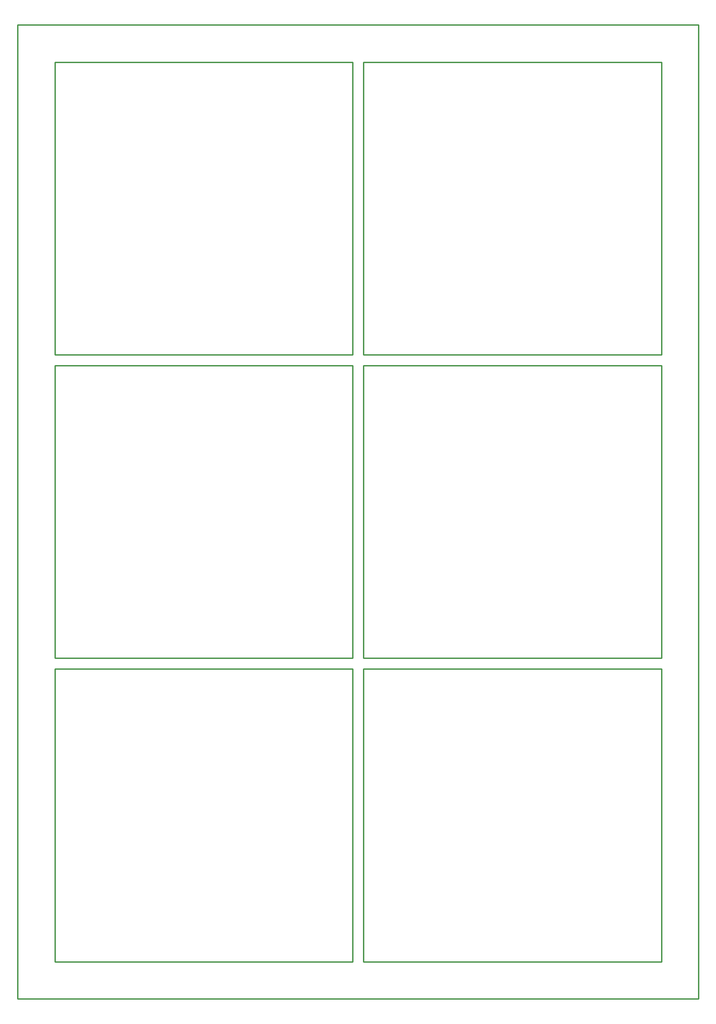
<source format=gbr>
%TF.GenerationSoftware,Altium Limited,Altium Designer,22.2.1 (43)*%
G04 Layer_Color=32768*
%FSLAX43Y43*%
%MOMM*%
%TF.SameCoordinates,AB736A1D-8950-4953-8E2C-7617CC14EE6A*%
%TF.FilePolarity,Positive*%
%TF.FileFunction,Other,Board_Outline_(ES)*%
%TF.Part,CustomerPanel*%
G01*
G75*
%TA.AperFunction,NonConductor*%
%ADD25C,0.254*%
D25*
X0Y0D02*
X128000D01*
X0Y183000D02*
X128000D01*
Y0D02*
Y183000D01*
X0Y0D02*
Y183000D01*
X65000Y121000D02*
X121000D01*
X65000Y176000D02*
X121000D01*
Y121000D02*
Y176000D01*
X65000Y121000D02*
Y176000D01*
Y64000D02*
X121000D01*
X65000Y119000D02*
X121000D01*
Y64000D02*
Y119000D01*
X65000Y64000D02*
Y119000D01*
Y7000D02*
X121000D01*
X65000Y62000D02*
X121000D01*
Y7000D02*
Y62000D01*
X65000Y7000D02*
Y62000D01*
X7000Y121000D02*
X63000D01*
X7000Y176000D02*
X63000D01*
Y121000D02*
Y176000D01*
X7000Y121000D02*
Y176000D01*
Y64000D02*
X63000D01*
X7000Y119000D02*
X63000D01*
Y64000D02*
Y119000D01*
X7000Y64000D02*
Y119000D01*
Y7000D02*
X63000D01*
X7000Y62000D02*
X63000D01*
Y7000D02*
Y62000D01*
X7000Y7000D02*
Y62000D01*
%TF.MD5,dc306545a52c576e70ad70991c0fdf10*%
M02*

</source>
